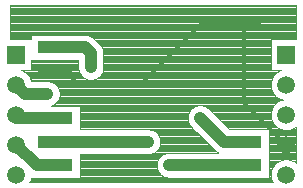
<source format=gbr>
G04 DipTrace 3.0.0.2*
G04 Top.gbr*
%MOIN*%
G04 #@! TF.FileFunction,Copper,L1,Top*
G04 #@! TF.Part,Single*
G04 #@! TA.AperFunction,Conductor*
%ADD13C,0.012992*%
%ADD14C,0.03937*%
G04 #@! TA.AperFunction,CopperBalancing*
%ADD15C,0.003937*%
G04 #@! TA.AperFunction,ComponentPad*
%ADD16R,0.059055X0.059055*%
%ADD17C,0.059055*%
%ADD18R,0.11811X0.03937*%
G04 #@! TA.AperFunction,ViaPad*
%ADD19C,0.04*%
%FSLAX26Y26*%
G04*
G70*
G90*
G75*
G01*
G04 Top*
%LPD*%
X575066Y792591D2*
D13*
X608530D1*
X651050Y750071D1*
X861286D1*
X1061286Y950071D1*
X1204987D1*
X1343963Y546528D2*
X1204987Y685504D1*
Y950071D1*
X693176Y804402D2*
D14*
Y850465D1*
X672310Y871331D1*
X575066D1*
X1204987Y556370D2*
X1136877D1*
X1057349Y635898D1*
X575066Y635110D2*
X443963D1*
Y646528D1*
Y546528D2*
X512861Y477630D1*
X575066D1*
X443963Y746528D2*
X474278Y716213D1*
X547507D1*
X1204987Y477630D2*
X1204593Y478024D1*
X954199D1*
X575066Y556370D2*
X882940D1*
D19*
X1057349Y635898D3*
X693176Y804402D3*
X882940Y556370D3*
X547507Y716213D3*
X954199Y478024D3*
X693176Y850465D3*
X423885Y1007289D2*
D15*
X1375853D1*
X423885Y1003483D2*
X1375853D1*
X423885Y999677D2*
X1375853D1*
X423885Y995871D2*
X1375853D1*
X423885Y992066D2*
X1375853D1*
X423885Y988260D2*
X1375853D1*
X423885Y984454D2*
X1375853D1*
X423885Y980648D2*
X1375853D1*
X423885Y976843D2*
X1375853D1*
X423885Y973037D2*
X1375853D1*
X423885Y969231D2*
X1375853D1*
X423885Y965425D2*
X1375853D1*
X423885Y961619D2*
X1375853D1*
X423885Y957814D2*
X1375853D1*
X423885Y954008D2*
X1375853D1*
X423885Y950202D2*
X1375853D1*
X423885Y946396D2*
X1375853D1*
X423885Y942591D2*
X1375853D1*
X423885Y938785D2*
X1375853D1*
X423885Y934979D2*
X1375853D1*
X423885Y931173D2*
X1375853D1*
X423885Y927367D2*
X1375853D1*
X423885Y923562D2*
X1375853D1*
X423885Y919756D2*
X1375853D1*
X423885Y915950D2*
X1375853D1*
X423885Y912144D2*
X493806D1*
X680125D2*
X1375853D1*
X423885Y908339D2*
X493806D1*
X691443D2*
X1375853D1*
X423885Y904533D2*
X493806D1*
X697572D2*
X1375853D1*
X423885Y900727D2*
X493806D1*
X701970D2*
X1375853D1*
X705777Y896921D2*
X1292234D1*
X709583Y893115D2*
X1292234D1*
X713389Y889310D2*
X1292234D1*
X717195Y885504D2*
X1292234D1*
X721363Y881698D2*
X1292234D1*
X725123Y877892D2*
X1292234D1*
X728068Y874087D2*
X1292234D1*
X730383Y870281D2*
X1292234D1*
X732190Y866475D2*
X1292234D1*
X733559Y862669D2*
X1292234D1*
X734528Y858864D2*
X1292234D1*
X735127Y855058D2*
X1292234D1*
X735373Y851252D2*
X1292234D1*
X735273Y847446D2*
X1292234D1*
X735050Y843640D2*
X1292234D1*
X735050Y839835D2*
X1292234D1*
X735050Y836029D2*
X1292234D1*
X735050Y832223D2*
X1292234D1*
X495693Y828417D2*
X651301D1*
X735050D2*
X1292234D1*
X495693Y824612D2*
X651301D1*
X735050D2*
X1292234D1*
X495693Y820806D2*
X651301D1*
X735050D2*
X1292234D1*
X495693Y817000D2*
X651301D1*
X735050D2*
X1292234D1*
X495693Y813194D2*
X651301D1*
X735050D2*
X1292234D1*
X495693Y809388D2*
X651271D1*
X735081D2*
X1292234D1*
X495693Y805583D2*
X650986D1*
X735366D2*
X1292234D1*
X495693Y801777D2*
X651055D1*
X735296D2*
X1292234D1*
X495693Y797971D2*
X651470D1*
X734881D2*
X1292234D1*
X463497Y794165D2*
X652247D1*
X734105D2*
X1324430D1*
X471086Y790360D2*
X653401D1*
X732951D2*
X1316840D1*
X476507Y786554D2*
X654969D1*
X731383D2*
X1311419D1*
X480737Y782748D2*
X657015D1*
X729337D2*
X1307190D1*
X484166Y778942D2*
X659614D1*
X726738D2*
X1303760D1*
X486988Y775136D2*
X662920D1*
X723432D2*
X1300938D1*
X489303Y771331D2*
X667203D1*
X719149D2*
X1298624D1*
X491202Y767525D2*
X673078D1*
X713274D2*
X1296725D1*
X492732Y763719D2*
X683136D1*
X703216D2*
X1295194D1*
X493916Y759913D2*
X1294010D1*
X560415Y756108D2*
X1293134D1*
X569012Y752302D2*
X1292557D1*
X574471Y748496D2*
X1292272D1*
X578516Y744690D2*
X1292265D1*
X581653Y740885D2*
X1292541D1*
X584129Y737079D2*
X1293110D1*
X586075Y733273D2*
X1293972D1*
X587551Y729467D2*
X1295148D1*
X588628Y725661D2*
X1296663D1*
X589327Y721856D2*
X1298547D1*
X589673Y718050D2*
X1300854D1*
X589666Y714244D2*
X1303653D1*
X589312Y710438D2*
X1307059D1*
X588597Y706633D2*
X1311258D1*
X587513Y702827D2*
X1316625D1*
X586013Y699021D2*
X1324107D1*
X584060Y695215D2*
X1327282D1*
X581561Y691409D2*
X1318647D1*
X578393Y687604D2*
X1312772D1*
X574310Y683798D2*
X1308266D1*
X568789Y679992D2*
X1304637D1*
X656326Y676186D2*
X1045779D1*
X1068919D2*
X1301661D1*
X656326Y672381D2*
X1036528D1*
X1078170D2*
X1299216D1*
X656326Y668575D2*
X1030869D1*
X1083829D2*
X1297209D1*
X656326Y664769D2*
X1026717D1*
X1087982D2*
X1295579D1*
X656326Y660963D2*
X1023495D1*
X1091342D2*
X1294302D1*
X656326Y657157D2*
X1020949D1*
X1095148D2*
X1293341D1*
X656326Y653352D2*
X1018966D1*
X1098954D2*
X1292688D1*
X656326Y649546D2*
X1017435D1*
X1102761D2*
X1292318D1*
X656326Y645740D2*
X1016320D1*
X1106567D2*
X1292234D1*
X656326Y641934D2*
X1015582D1*
X1110373D2*
X1292434D1*
X656326Y638129D2*
X1015205D1*
X1114180D2*
X1292926D1*
X656326Y634323D2*
X1015175D1*
X1117986D2*
X1293703D1*
X656326Y630517D2*
X1015490D1*
X1121792D2*
X1294794D1*
X656326Y626711D2*
X1016167D1*
X1125598D2*
X1296209D1*
X656326Y622906D2*
X1017212D1*
X1129397D2*
X1297986D1*
X656326Y619100D2*
X1018666D1*
X1133203D2*
X1300169D1*
X656326Y615294D2*
X1020573D1*
X1137010D2*
X1302822D1*
X656326Y611488D2*
X1023010D1*
X1140816D2*
X1306044D1*
X656326Y607682D2*
X1026101D1*
X1144622D2*
X1310004D1*
X656326Y603877D2*
X1030069D1*
X1148429D2*
X1314995D1*
X1372930D2*
X1375853D1*
X656326Y600071D2*
X1034114D1*
X1152235D2*
X1321723D1*
X1366210D2*
X1375853D1*
X895845Y596265D2*
X1037920D1*
X1286247D2*
X1333111D1*
X1354814D2*
X1375853D1*
X904442Y592459D2*
X1041726D1*
X1286247D2*
X1375853D1*
X909901Y588654D2*
X1045533D1*
X1286247D2*
X1375853D1*
X913946Y584848D2*
X1049339D1*
X1286247D2*
X1375853D1*
X917091Y581042D2*
X1053145D1*
X1286247D2*
X1375853D1*
X919567Y577236D2*
X1056952D1*
X1286247D2*
X1375853D1*
X921505Y573430D2*
X1060758D1*
X1286247D2*
X1375853D1*
X922989Y569625D2*
X1064564D1*
X1286247D2*
X1375853D1*
X924065Y565819D2*
X1068370D1*
X1286247D2*
X1375853D1*
X924765Y562013D2*
X1072177D1*
X1286247D2*
X1375853D1*
X925103Y558207D2*
X1075983D1*
X1286247D2*
X1375853D1*
X925096Y554402D2*
X1079789D1*
X1286247D2*
X1375853D1*
X924742Y550596D2*
X1083588D1*
X1286247D2*
X1375853D1*
X924034Y546790D2*
X1087394D1*
X1286247D2*
X1375853D1*
X922943Y542984D2*
X1091200D1*
X1286247D2*
X1375853D1*
X921443Y539178D2*
X1095007D1*
X1286247D2*
X1375853D1*
X919490Y535373D2*
X1098813D1*
X1286247D2*
X1375853D1*
X916991Y531567D2*
X1102619D1*
X1286247D2*
X1375853D1*
X913823Y527761D2*
X1106426D1*
X1286247D2*
X1375853D1*
X909740Y523955D2*
X1110593D1*
X1286247D2*
X1375853D1*
X904219Y520150D2*
X1116260D1*
X1286247D2*
X1375853D1*
X895422Y516344D2*
X937080D1*
X1286247D2*
X1375853D1*
X656326Y512538D2*
X930206D1*
X1286247D2*
X1375853D1*
X656326Y508732D2*
X925431D1*
X1286247D2*
X1375853D1*
X656326Y504927D2*
X921801D1*
X1286247D2*
X1375853D1*
X656326Y501121D2*
X918956D1*
X1286247D2*
X1375853D1*
X656326Y497315D2*
X916711D1*
X1286247D2*
X1336072D1*
X1351861D2*
X1375853D1*
X656326Y493509D2*
X914965D1*
X1286247D2*
X1322876D1*
X1365056D2*
X1375853D1*
X656326Y489703D2*
X913658D1*
X1286247D2*
X1315794D1*
X1372131D2*
X1375853D1*
X656326Y485898D2*
X912743D1*
X1286247D2*
X1310619D1*
X656326Y482092D2*
X912190D1*
X1286247D2*
X1306544D1*
X656326Y478286D2*
X911997D1*
X1286247D2*
X1303230D1*
X656326Y474480D2*
X912143D1*
X1286247D2*
X1300508D1*
X656326Y470675D2*
X912643D1*
X1286247D2*
X1298262D1*
X656326Y466869D2*
X913512D1*
X1286247D2*
X1296432D1*
X656326Y463063D2*
X914766D1*
X1286247D2*
X1294964D1*
X656326Y459257D2*
X916442D1*
X1286247D2*
X1293833D1*
X656326Y455451D2*
X918610D1*
X1286247D2*
X1293011D1*
X656326Y451646D2*
X921363D1*
X1286247D2*
X1292488D1*
X656326Y447840D2*
X924870D1*
X1286247D2*
X1292249D1*
X656326Y444034D2*
X929460D1*
X1286247D2*
X1292295D1*
X656326Y440228D2*
X935927D1*
X1286247D2*
X1292618D1*
X656326Y436423D2*
X949622D1*
X958775D2*
X1123727D1*
X1286247D2*
X1293234D1*
X493778Y432617D2*
X1294149D1*
X492540Y428811D2*
X1295387D1*
X490964Y425005D2*
X1296963D1*
X489010Y421199D2*
X1298916D1*
X423483Y897866D2*
X494195D1*
X494200Y912827D1*
X672310D1*
X676241Y912640D1*
X680137Y912082D1*
X683962Y911157D1*
X687682Y909874D1*
X691265Y908245D1*
X694676Y906283D1*
X697887Y904007D1*
X700868Y901437D1*
X705828Y896497D1*
X718894Y883431D1*
X721645Y881086D1*
X724398Y878273D1*
X726875Y875214D1*
X729052Y871936D1*
X730912Y868468D1*
X732438Y864840D1*
X733616Y861085D1*
X734435Y857236D1*
X734889Y853326D1*
X734987Y850465D1*
X734802Y846533D1*
X734658Y845319D1*
X734672Y809518D1*
X734889Y807263D1*
X734987Y804402D1*
X734802Y800470D1*
X734248Y796574D1*
X733330Y792747D1*
X732056Y789023D1*
X730438Y785436D1*
X728490Y782016D1*
X726228Y778795D1*
X723674Y775801D1*
X720850Y773060D1*
X717781Y770597D1*
X714493Y768433D1*
X711017Y766588D1*
X707383Y765078D1*
X703622Y763917D1*
X699770Y763114D1*
X695858Y762677D1*
X691924Y762609D1*
X688000Y762912D1*
X684122Y763583D1*
X680324Y764615D1*
X676640Y765999D1*
X673102Y767724D1*
X669743Y769774D1*
X666591Y772131D1*
X663674Y774773D1*
X661019Y777678D1*
X658649Y780820D1*
X656585Y784171D1*
X654845Y787701D1*
X653445Y791379D1*
X652396Y795172D1*
X651709Y799047D1*
X651389Y802970D1*
X651440Y806905D1*
X651693Y809545D1*
X651680Y829831D1*
X495307Y829835D1*
X495302Y795189D1*
X460322D1*
X463354Y794064D1*
X466938Y792438D1*
X470388Y790543D1*
X473683Y788389D1*
X476802Y785989D1*
X479729Y783358D1*
X482446Y780509D1*
X484936Y777461D1*
X487185Y774231D1*
X489181Y770839D1*
X490910Y767303D1*
X492364Y763645D1*
X493533Y759887D1*
X494067Y757698D1*
X542384Y757709D1*
X545360Y757968D1*
X549295Y757985D1*
X553215Y757632D1*
X557084Y756912D1*
X560868Y755831D1*
X564534Y754399D1*
X568049Y752629D1*
X571382Y750536D1*
X574503Y748140D1*
X577386Y745460D1*
X580003Y742521D1*
X582333Y739349D1*
X584354Y735972D1*
X586049Y732420D1*
X587402Y728724D1*
X588401Y724918D1*
X589039Y721034D1*
X589308Y717108D1*
X589271Y714245D1*
X588901Y710327D1*
X588164Y706461D1*
X587067Y702681D1*
X585620Y699021D1*
X583835Y695514D1*
X581728Y692190D1*
X579317Y689079D1*
X576625Y686208D1*
X573675Y683603D1*
X570493Y681287D1*
X567108Y679281D1*
X563548Y677601D1*
X560875Y676608D1*
X655932Y676606D1*
Y597858D1*
X877823Y597866D1*
X880793Y598126D1*
X884728Y598143D1*
X888648Y597790D1*
X892517Y597069D1*
X896301Y595989D1*
X899967Y594557D1*
X903482Y592787D1*
X906815Y590694D1*
X909936Y588297D1*
X912819Y585617D1*
X915436Y582678D1*
X917766Y579506D1*
X919787Y576129D1*
X921482Y572577D1*
X922835Y568882D1*
X923834Y565075D1*
X924472Y561192D1*
X924741Y557265D1*
X924704Y554402D1*
X924334Y550484D1*
X923598Y546618D1*
X922500Y542839D1*
X921053Y539179D1*
X919268Y535672D1*
X917161Y532348D1*
X914750Y529236D1*
X912058Y526366D1*
X909108Y523761D1*
X905926Y521445D1*
X902541Y519438D1*
X898981Y517759D1*
X895280Y516422D1*
X891469Y515438D1*
X887583Y514818D1*
X883656Y514565D1*
X879722Y514683D1*
X877725Y514886D1*
X784514Y514874D1*
X655924D1*
X655932Y436134D1*
X494238D1*
X493464Y432913D1*
X492275Y429161D1*
X490803Y425510D1*
X489055Y421984D1*
X488229Y420534D1*
X706955Y420543D1*
X1299683D1*
X1297905Y423849D1*
X1296303Y427444D1*
X1294981Y431152D1*
X1293947Y434949D1*
X1293207Y438815D1*
X1292766Y442726D1*
X1292625Y446660D1*
X1292786Y450593D1*
X1293248Y454502D1*
X1294008Y458364D1*
X1295061Y462156D1*
X1296402Y465857D1*
X1298023Y469443D1*
X1299914Y472896D1*
X1302063Y476193D1*
X1304459Y479316D1*
X1307087Y482246D1*
X1309932Y484966D1*
X1312977Y487460D1*
X1316204Y489714D1*
X1319594Y491714D1*
X1323127Y493448D1*
X1326783Y494906D1*
X1330540Y496080D1*
X1334376Y496963D1*
X1338268Y497549D1*
X1342194Y497836D1*
X1346130Y497820D1*
X1350053Y497504D1*
X1353940Y496887D1*
X1357769Y495975D1*
X1361517Y494772D1*
X1365162Y493285D1*
X1368681Y491524D1*
X1372056Y489498D1*
X1375265Y487219D1*
X1376256Y486427D1*
X1376247Y606605D1*
X1373466Y604513D1*
X1370161Y602376D1*
X1366701Y600499D1*
X1363108Y598892D1*
X1359402Y597565D1*
X1355606Y596527D1*
X1351741Y595782D1*
X1347830Y595335D1*
X1343897Y595189D1*
X1339964Y595345D1*
X1336055Y595802D1*
X1332192Y596557D1*
X1328398Y597605D1*
X1324696Y598942D1*
X1321107Y600558D1*
X1317652Y602444D1*
X1314352Y604589D1*
X1311226Y606981D1*
X1308293Y609605D1*
X1305569Y612447D1*
X1303071Y615488D1*
X1300813Y618712D1*
X1298809Y622100D1*
X1297070Y625631D1*
X1295607Y629285D1*
X1294428Y633041D1*
X1293540Y636875D1*
X1292949Y640767D1*
X1292658Y644692D1*
X1292668Y648628D1*
X1292979Y652552D1*
X1293591Y656440D1*
X1294498Y660270D1*
X1295696Y664019D1*
X1297178Y667666D1*
X1298935Y671188D1*
X1300957Y674565D1*
X1303231Y677777D1*
X1305745Y680806D1*
X1308483Y683633D1*
X1311430Y686242D1*
X1314569Y688618D1*
X1317880Y690746D1*
X1321344Y692615D1*
X1324941Y694212D1*
X1328650Y695529D1*
X1332323Y696527D1*
X1328398Y697605D1*
X1324696Y698942D1*
X1321107Y700558D1*
X1317652Y702444D1*
X1314352Y704589D1*
X1311226Y706981D1*
X1308293Y709605D1*
X1305569Y712447D1*
X1303071Y715488D1*
X1300813Y718712D1*
X1298809Y722100D1*
X1297070Y725631D1*
X1295607Y729285D1*
X1294428Y733041D1*
X1293540Y736875D1*
X1292949Y740767D1*
X1292658Y744692D1*
X1292668Y748628D1*
X1292979Y752552D1*
X1293591Y756440D1*
X1294498Y760270D1*
X1295696Y764019D1*
X1297178Y767666D1*
X1298935Y771188D1*
X1300957Y774565D1*
X1303231Y777777D1*
X1305745Y780806D1*
X1308483Y783633D1*
X1311430Y786242D1*
X1314569Y788618D1*
X1317880Y790746D1*
X1321344Y792615D1*
X1324941Y794212D1*
X1327637Y795191D1*
X1292625Y795189D1*
Y897866D1*
X1376263D1*
X1376247Y938260D1*
Y1011094D1*
X423491D1*
Y897867D1*
X1154041Y597866D2*
X1285853D1*
Y436134D1*
X1124121D1*
Y436541D1*
X1078609Y436528D1*
X959322D1*
X956882Y436299D1*
X952947Y436231D1*
X949023Y436534D1*
X945145Y437205D1*
X941347Y438237D1*
X937663Y439621D1*
X934126Y441346D1*
X930766Y443396D1*
X927615Y445753D1*
X924698Y448395D1*
X922043Y451300D1*
X919673Y454442D1*
X917609Y457793D1*
X915869Y461323D1*
X914468Y465001D1*
X913420Y468794D1*
X912733Y472669D1*
X912413Y476592D1*
X912463Y480527D1*
X912884Y484440D1*
X913670Y488296D1*
X914816Y492062D1*
X916310Y495702D1*
X918140Y499187D1*
X920289Y502483D1*
X922739Y505563D1*
X925468Y508399D1*
X928451Y510966D1*
X931663Y513241D1*
X935074Y515204D1*
X938654Y516837D1*
X942373Y518127D1*
X946196Y519061D1*
X950090Y519632D1*
X954020Y519834D1*
X957952Y519666D1*
X959350Y519507D1*
X1036877Y519520D1*
X1117824D1*
X1115630Y520726D1*
X1112349Y522899D1*
X1109288Y525373D1*
X1106142Y528420D1*
X1031625Y602938D1*
X1029275Y604914D1*
X1026486Y607691D1*
X1023971Y610717D1*
X1021751Y613967D1*
X1019847Y617412D1*
X1018275Y621020D1*
X1017049Y624759D1*
X1016180Y628598D1*
X1015676Y632501D1*
X1015542Y636434D1*
X1015777Y640363D1*
X1016381Y644252D1*
X1017348Y648067D1*
X1018669Y651774D1*
X1020333Y655340D1*
X1022326Y658734D1*
X1024628Y661926D1*
X1027220Y664887D1*
X1030079Y667592D1*
X1033180Y670015D1*
X1036495Y672137D1*
X1039995Y673937D1*
X1043648Y675400D1*
X1047423Y676513D1*
X1051286Y677267D1*
X1055202Y677654D1*
X1059138Y677670D1*
X1063057Y677317D1*
X1066926Y676597D1*
X1070711Y675516D1*
X1074376Y674084D1*
X1077891Y672314D1*
X1081224Y670221D1*
X1084346Y667825D1*
X1087228Y665145D1*
X1089846Y662206D1*
X1090311Y661603D1*
X1154065Y597867D1*
X1204995Y597866D1*
D16*
X443963Y846528D3*
D17*
Y746528D3*
Y646528D3*
Y546528D3*
Y446528D3*
D16*
X1343963Y846528D3*
D17*
Y746528D3*
Y646528D3*
Y546528D3*
Y446528D3*
D18*
X1204987Y950071D3*
Y556370D3*
Y477630D3*
X575066Y871331D3*
Y792591D3*
Y635110D3*
Y556370D3*
Y477630D3*
M02*

</source>
